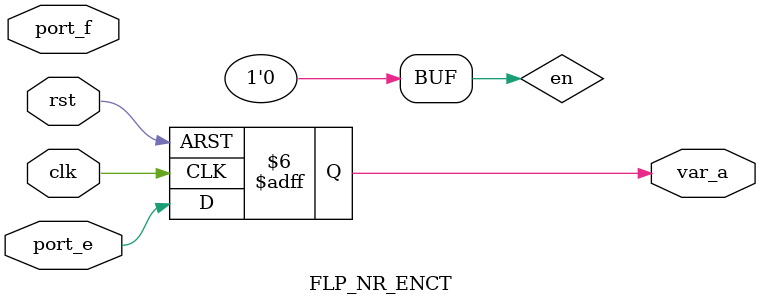
<source format=v>
module FLP_NR_ENCT (clk,rst,port_f,port_e,var_a);
   input clk,rst,port_f,port_e;
   output var_a;
   wire en;
   reg var_a;
   assign en = 1'b0;
   always@(posedge clk or negedge rst)
   begin
      if (!rst)
      var_a <= 1'b0;
      else if(en)
      var_a <= port_f;
      else
      var_a <= port_e;
   end
endmodule

</source>
